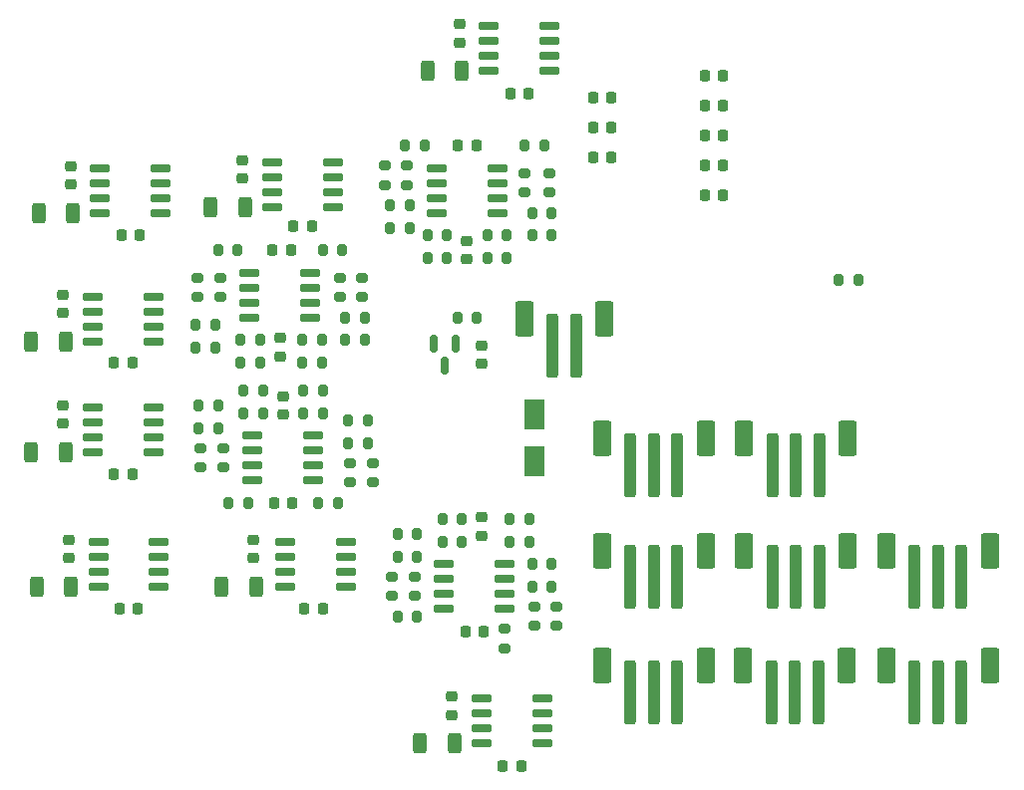
<source format=gbr>
%TF.GenerationSoftware,KiCad,Pcbnew,(6.0.9)*%
%TF.CreationDate,2022-12-08T20:01:15+01:00*%
%TF.ProjectId,floor-heating-controller-s2,666c6f6f-722d-4686-9561-74696e672d63,1*%
%TF.SameCoordinates,Original*%
%TF.FileFunction,Paste,Top*%
%TF.FilePolarity,Positive*%
%FSLAX46Y46*%
G04 Gerber Fmt 4.6, Leading zero omitted, Abs format (unit mm)*
G04 Created by KiCad (PCBNEW (6.0.9)) date 2022-12-08 20:01:15*
%MOMM*%
%LPD*%
G01*
G04 APERTURE LIST*
G04 Aperture macros list*
%AMRoundRect*
0 Rectangle with rounded corners*
0 $1 Rounding radius*
0 $2 $3 $4 $5 $6 $7 $8 $9 X,Y pos of 4 corners*
0 Add a 4 corners polygon primitive as box body*
4,1,4,$2,$3,$4,$5,$6,$7,$8,$9,$2,$3,0*
0 Add four circle primitives for the rounded corners*
1,1,$1+$1,$2,$3*
1,1,$1+$1,$4,$5*
1,1,$1+$1,$6,$7*
1,1,$1+$1,$8,$9*
0 Add four rect primitives between the rounded corners*
20,1,$1+$1,$2,$3,$4,$5,0*
20,1,$1+$1,$4,$5,$6,$7,0*
20,1,$1+$1,$6,$7,$8,$9,0*
20,1,$1+$1,$8,$9,$2,$3,0*%
G04 Aperture macros list end*
%ADD10RoundRect,0.250000X-0.250000X-2.500000X0.250000X-2.500000X0.250000X2.500000X-0.250000X2.500000X0*%
%ADD11RoundRect,0.250000X-0.550000X-1.250000X0.550000X-1.250000X0.550000X1.250000X-0.550000X1.250000X0*%
%ADD12RoundRect,0.200000X0.200000X0.275000X-0.200000X0.275000X-0.200000X-0.275000X0.200000X-0.275000X0*%
%ADD13RoundRect,0.200000X-0.275000X0.200000X-0.275000X-0.200000X0.275000X-0.200000X0.275000X0.200000X0*%
%ADD14RoundRect,0.200000X-0.200000X-0.275000X0.200000X-0.275000X0.200000X0.275000X-0.200000X0.275000X0*%
%ADD15RoundRect,0.225000X0.225000X0.250000X-0.225000X0.250000X-0.225000X-0.250000X0.225000X-0.250000X0*%
%ADD16RoundRect,0.225000X-0.250000X0.225000X-0.250000X-0.225000X0.250000X-0.225000X0.250000X0.225000X0*%
%ADD17RoundRect,0.150000X-0.725000X-0.150000X0.725000X-0.150000X0.725000X0.150000X-0.725000X0.150000X0*%
%ADD18RoundRect,0.200000X0.275000X-0.200000X0.275000X0.200000X-0.275000X0.200000X-0.275000X-0.200000X0*%
%ADD19RoundRect,0.225000X-0.225000X-0.250000X0.225000X-0.250000X0.225000X0.250000X-0.225000X0.250000X0*%
%ADD20RoundRect,0.250000X0.312500X0.625000X-0.312500X0.625000X-0.312500X-0.625000X0.312500X-0.625000X0*%
%ADD21RoundRect,0.225000X0.250000X-0.225000X0.250000X0.225000X-0.250000X0.225000X-0.250000X-0.225000X0*%
%ADD22RoundRect,0.150000X-0.150000X0.587500X-0.150000X-0.587500X0.150000X-0.587500X0.150000X0.587500X0*%
%ADD23RoundRect,0.150000X0.725000X0.150000X-0.725000X0.150000X-0.725000X-0.150000X0.725000X-0.150000X0*%
%ADD24R,1.800000X2.500000*%
G04 APERTURE END LIST*
D10*
%TO.C,J2*%
X113570000Y-130040000D03*
X115570000Y-130040000D03*
X117570000Y-130040000D03*
D11*
X119970000Y-127790000D03*
X111170000Y-127790000D03*
%TD*%
D12*
%TO.C,R51*%
X94805000Y-107950000D03*
X93155000Y-107950000D03*
%TD*%
D13*
%TO.C,R64*%
X104570000Y-105220000D03*
X104570000Y-106870000D03*
%TD*%
D14*
%TO.C,R27*%
X80709000Y-123698000D03*
X82359000Y-123698000D03*
%TD*%
D15*
%TO.C,C18*%
X84735000Y-111760000D03*
X83185000Y-111760000D03*
%TD*%
D16*
%TO.C,C5*%
X98425000Y-149720000D03*
X98425000Y-151270000D03*
%TD*%
D12*
%TO.C,R25*%
X87439000Y-123698000D03*
X85789000Y-123698000D03*
%TD*%
D17*
%TO.C,U13*%
X83150000Y-104267000D03*
X83150000Y-105537000D03*
X83150000Y-106807000D03*
X83150000Y-108077000D03*
X88300000Y-108077000D03*
X88300000Y-106807000D03*
X88300000Y-105537000D03*
X88300000Y-104267000D03*
%TD*%
D10*
%TO.C,J9*%
X113570000Y-149344000D03*
X115570000Y-149344000D03*
X117570000Y-149344000D03*
D11*
X111170000Y-147094000D03*
X119970000Y-147094000D03*
%TD*%
D14*
%TO.C,R44*%
X85725000Y-119380000D03*
X87375000Y-119380000D03*
%TD*%
D16*
%TO.C,C7*%
X100965000Y-134480000D03*
X100965000Y-136030000D03*
%TD*%
D13*
%TO.C,R61*%
X94615000Y-104585000D03*
X94615000Y-106235000D03*
%TD*%
D18*
%TO.C,R30*%
X91694000Y-131508000D03*
X91694000Y-129858000D03*
%TD*%
D12*
%TO.C,R35*%
X78295000Y-118110000D03*
X76645000Y-118110000D03*
%TD*%
D19*
%TO.C,C25*%
X119907500Y-104555000D03*
X121457500Y-104555000D03*
%TD*%
D14*
%TO.C,R56*%
X105220000Y-110490000D03*
X106870000Y-110490000D03*
%TD*%
D19*
%TO.C,C12*%
X69710000Y-130810000D03*
X71260000Y-130810000D03*
%TD*%
D12*
%TO.C,R20*%
X78549000Y-126873000D03*
X76899000Y-126873000D03*
%TD*%
D20*
%TO.C,R22*%
X65597500Y-128905000D03*
X62672500Y-128905000D03*
%TD*%
D14*
%TO.C,R10*%
X103315000Y-136525000D03*
X104965000Y-136525000D03*
%TD*%
D19*
%TO.C,C17*%
X119907500Y-102015000D03*
X121457500Y-102015000D03*
%TD*%
%TO.C,C8*%
X119907500Y-96935000D03*
X121457500Y-96935000D03*
%TD*%
D16*
%TO.C,C29*%
X80645000Y-104127000D03*
X80645000Y-105677000D03*
%TD*%
D12*
%TO.C,R50*%
X89090000Y-111760000D03*
X87440000Y-111760000D03*
%TD*%
D20*
%TO.C,R54*%
X99252500Y-96520000D03*
X96327500Y-96520000D03*
%TD*%
%TO.C,R37*%
X65597500Y-119525000D03*
X62672500Y-119525000D03*
%TD*%
D17*
%TO.C,U9*%
X81245000Y-113665000D03*
X81245000Y-114935000D03*
X81245000Y-116205000D03*
X81245000Y-117475000D03*
X86395000Y-117475000D03*
X86395000Y-116205000D03*
X86395000Y-114935000D03*
X86395000Y-113665000D03*
%TD*%
D13*
%TO.C,R46*%
X78740000Y-114110000D03*
X78740000Y-115760000D03*
%TD*%
D21*
%TO.C,C23*%
X83820000Y-120790000D03*
X83820000Y-119240000D03*
%TD*%
D20*
%TO.C,R38*%
X66232500Y-108585000D03*
X63307500Y-108585000D03*
%TD*%
D14*
%TO.C,R18*%
X93790000Y-142875000D03*
X95440000Y-142875000D03*
%TD*%
%TO.C,R7*%
X105220000Y-138430000D03*
X106870000Y-138430000D03*
%TD*%
D18*
%TO.C,R17*%
X102870000Y-145605000D03*
X102870000Y-143955000D03*
%TD*%
D17*
%TO.C,U7*%
X68380000Y-136525000D03*
X68380000Y-137795000D03*
X68380000Y-139065000D03*
X68380000Y-140335000D03*
X73530000Y-140335000D03*
X73530000Y-139065000D03*
X73530000Y-137795000D03*
X73530000Y-136525000D03*
%TD*%
D19*
%TO.C,C33*%
X119907500Y-107095000D03*
X121457500Y-107095000D03*
%TD*%
D14*
%TO.C,R36*%
X89345000Y-117475000D03*
X90995000Y-117475000D03*
%TD*%
D13*
%TO.C,R62*%
X92710000Y-104585000D03*
X92710000Y-106235000D03*
%TD*%
D18*
%TO.C,R15*%
X93345000Y-141160000D03*
X93345000Y-139510000D03*
%TD*%
D19*
%TO.C,C20*%
X70345000Y-110490000D03*
X71895000Y-110490000D03*
%TD*%
D20*
%TO.C,R53*%
X80837500Y-108077000D03*
X77912500Y-108077000D03*
%TD*%
D19*
%TO.C,C27*%
X84950000Y-109728000D03*
X86500000Y-109728000D03*
%TD*%
D18*
%TO.C,R13*%
X107315000Y-143700000D03*
X107315000Y-142050000D03*
%TD*%
D10*
%TO.C,J3*%
X125635000Y-130040000D03*
X127635000Y-130040000D03*
X129635000Y-130040000D03*
D11*
X123235000Y-127790000D03*
X132035000Y-127790000D03*
%TD*%
D12*
%TO.C,R24*%
X78549000Y-124968000D03*
X76899000Y-124968000D03*
%TD*%
D18*
%TO.C,R32*%
X77089000Y-130238000D03*
X77089000Y-128588000D03*
%TD*%
D12*
%TO.C,R8*%
X95440000Y-135890000D03*
X93790000Y-135890000D03*
%TD*%
D18*
%TO.C,R29*%
X89789000Y-131508000D03*
X89789000Y-129858000D03*
%TD*%
D12*
%TO.C,R9*%
X104965000Y-134620000D03*
X103315000Y-134620000D03*
%TD*%
D18*
%TO.C,R14*%
X105410000Y-143700000D03*
X105410000Y-142050000D03*
%TD*%
D14*
%TO.C,R34*%
X79439000Y-133223000D03*
X81089000Y-133223000D03*
%TD*%
%TO.C,R26*%
X85789000Y-125603000D03*
X87439000Y-125603000D03*
%TD*%
%TO.C,R41*%
X80455000Y-121285000D03*
X82105000Y-121285000D03*
%TD*%
D12*
%TO.C,R58*%
X97980000Y-110490000D03*
X96330000Y-110490000D03*
%TD*%
%TO.C,R43*%
X87375000Y-121285000D03*
X85725000Y-121285000D03*
%TD*%
D15*
%TO.C,C16*%
X111932500Y-98840000D03*
X110382500Y-98840000D03*
%TD*%
D14*
%TO.C,R65*%
X94425000Y-102870000D03*
X96075000Y-102870000D03*
%TD*%
D19*
%TO.C,C10*%
X83299000Y-133223000D03*
X84849000Y-133223000D03*
%TD*%
D20*
%TO.C,R21*%
X66067500Y-140335000D03*
X63142500Y-140335000D03*
%TD*%
D16*
%TO.C,C6*%
X81585000Y-136385000D03*
X81585000Y-137935000D03*
%TD*%
D12*
%TO.C,R59*%
X103060000Y-112395000D03*
X101410000Y-112395000D03*
%TD*%
D16*
%TO.C,C30*%
X99060000Y-92570000D03*
X99060000Y-94120000D03*
%TD*%
%TO.C,C13*%
X65875000Y-136385000D03*
X65875000Y-137935000D03*
%TD*%
D12*
%TO.C,R28*%
X82359000Y-125603000D03*
X80709000Y-125603000D03*
%TD*%
D18*
%TO.C,R16*%
X95250000Y-141160000D03*
X95250000Y-139510000D03*
%TD*%
D10*
%TO.C,J5*%
X113570000Y-139565000D03*
X115570000Y-139565000D03*
X117570000Y-139565000D03*
D11*
X119970000Y-137315000D03*
X111170000Y-137315000D03*
%TD*%
D12*
%TO.C,R33*%
X88709000Y-133223000D03*
X87059000Y-133223000D03*
%TD*%
%TO.C,R4*%
X95440000Y-137795000D03*
X93790000Y-137795000D03*
%TD*%
%TO.C,R12*%
X99250000Y-136525000D03*
X97600000Y-136525000D03*
%TD*%
%TO.C,R66*%
X106235000Y-102870000D03*
X104585000Y-102870000D03*
%TD*%
%TO.C,R39*%
X78295000Y-120015000D03*
X76645000Y-120015000D03*
%TD*%
D15*
%TO.C,C24*%
X111932500Y-101380000D03*
X110382500Y-101380000D03*
%TD*%
D19*
%TO.C,C3*%
X102730000Y-155575000D03*
X104280000Y-155575000D03*
%TD*%
%TO.C,C19*%
X69710000Y-121285000D03*
X71260000Y-121285000D03*
%TD*%
D16*
%TO.C,C14*%
X65405000Y-124955000D03*
X65405000Y-126505000D03*
%TD*%
D13*
%TO.C,R63*%
X106680000Y-105220000D03*
X106680000Y-106870000D03*
%TD*%
D15*
%TO.C,C26*%
X100470000Y-102870000D03*
X98920000Y-102870000D03*
%TD*%
D10*
%TO.C,J1*%
X106950000Y-119880000D03*
X108950000Y-119880000D03*
D11*
X104550000Y-117630000D03*
X111350000Y-117630000D03*
%TD*%
D17*
%TO.C,U5*%
X84230000Y-136525000D03*
X84230000Y-137795000D03*
X84230000Y-139065000D03*
X84230000Y-140335000D03*
X89380000Y-140335000D03*
X89380000Y-139065000D03*
X89380000Y-137795000D03*
X89380000Y-136525000D03*
%TD*%
D15*
%TO.C,C32*%
X111932500Y-103920000D03*
X110382500Y-103920000D03*
%TD*%
D14*
%TO.C,R57*%
X96330000Y-112395000D03*
X97980000Y-112395000D03*
%TD*%
D10*
%TO.C,J6*%
X125635000Y-139565000D03*
X127635000Y-139565000D03*
X129635000Y-139565000D03*
D11*
X123235000Y-137315000D03*
X132035000Y-137315000D03*
%TD*%
D14*
%TO.C,R1*%
X131255000Y-114300000D03*
X132905000Y-114300000D03*
%TD*%
D16*
%TO.C,C22*%
X66040000Y-104635000D03*
X66040000Y-106185000D03*
%TD*%
D17*
%TO.C,U8*%
X67910000Y-125095000D03*
X67910000Y-126365000D03*
X67910000Y-127635000D03*
X67910000Y-128905000D03*
X73060000Y-128905000D03*
X73060000Y-127635000D03*
X73060000Y-126365000D03*
X73060000Y-125095000D03*
%TD*%
D13*
%TO.C,R47*%
X88900000Y-114110000D03*
X88900000Y-115760000D03*
%TD*%
D21*
%TO.C,C31*%
X99695000Y-112535000D03*
X99695000Y-110985000D03*
%TD*%
D19*
%TO.C,C2*%
X99555000Y-144145000D03*
X101105000Y-144145000D03*
%TD*%
D20*
%TO.C,R5*%
X98617500Y-153670000D03*
X95692500Y-153670000D03*
%TD*%
D14*
%TO.C,R40*%
X89345000Y-119380000D03*
X90995000Y-119380000D03*
%TD*%
%TO.C,R23*%
X89599000Y-126238000D03*
X91249000Y-126238000D03*
%TD*%
D19*
%TO.C,C28*%
X103365000Y-98425000D03*
X104915000Y-98425000D03*
%TD*%
%TO.C,C4*%
X85890000Y-142240000D03*
X87440000Y-142240000D03*
%TD*%
D10*
%TO.C,J4*%
X137700000Y-139565000D03*
X139700000Y-139565000D03*
X141700000Y-139565000D03*
D11*
X144100000Y-137315000D03*
X135300000Y-137315000D03*
%TD*%
D14*
%TO.C,R19*%
X89599000Y-128143000D03*
X91249000Y-128143000D03*
%TD*%
D12*
%TO.C,R42*%
X82105000Y-119380000D03*
X80455000Y-119380000D03*
%TD*%
D10*
%TO.C,J8*%
X125540000Y-149352000D03*
X127540000Y-149352000D03*
X129540000Y-149352000D03*
D11*
X123140000Y-147102000D03*
X131940000Y-147102000D03*
%TD*%
D22*
%TO.C,U1*%
X98740000Y-119712500D03*
X96840000Y-119712500D03*
X97790000Y-121587500D03*
%TD*%
D17*
%TO.C,U12*%
X97120000Y-104775000D03*
X97120000Y-106045000D03*
X97120000Y-107315000D03*
X97120000Y-108585000D03*
X102270000Y-108585000D03*
X102270000Y-107315000D03*
X102270000Y-106045000D03*
X102270000Y-104775000D03*
%TD*%
D16*
%TO.C,C15*%
X84074000Y-124193000D03*
X84074000Y-125743000D03*
%TD*%
D10*
%TO.C,J7*%
X137700000Y-149344000D03*
X139700000Y-149344000D03*
X141700000Y-149344000D03*
D11*
X144100000Y-147094000D03*
X135300000Y-147094000D03*
%TD*%
D17*
%TO.C,U10*%
X67910000Y-115715000D03*
X67910000Y-116985000D03*
X67910000Y-118255000D03*
X67910000Y-119525000D03*
X73060000Y-119525000D03*
X73060000Y-118255000D03*
X73060000Y-116985000D03*
X73060000Y-115715000D03*
%TD*%
D14*
%TO.C,R3*%
X105220000Y-140335000D03*
X106870000Y-140335000D03*
%TD*%
D16*
%TO.C,C1*%
X100965000Y-119875000D03*
X100965000Y-121425000D03*
%TD*%
D14*
%TO.C,R11*%
X97600000Y-134620000D03*
X99250000Y-134620000D03*
%TD*%
D23*
%TO.C,U6*%
X86649000Y-131318000D03*
X86649000Y-130048000D03*
X86649000Y-128778000D03*
X86649000Y-127508000D03*
X81499000Y-127508000D03*
X81499000Y-128778000D03*
X81499000Y-130048000D03*
X81499000Y-131318000D03*
%TD*%
D12*
%TO.C,R55*%
X94805000Y-109855000D03*
X93155000Y-109855000D03*
%TD*%
D16*
%TO.C,C21*%
X65405000Y-115575000D03*
X65405000Y-117125000D03*
%TD*%
D12*
%TO.C,R2*%
X100520000Y-117475000D03*
X98870000Y-117475000D03*
%TD*%
D14*
%TO.C,R52*%
X105220000Y-108585000D03*
X106870000Y-108585000D03*
%TD*%
D13*
%TO.C,R45*%
X76835000Y-114110000D03*
X76835000Y-115760000D03*
%TD*%
D23*
%TO.C,U3*%
X102905000Y-142240000D03*
X102905000Y-140970000D03*
X102905000Y-139700000D03*
X102905000Y-138430000D03*
X97755000Y-138430000D03*
X97755000Y-139700000D03*
X97755000Y-140970000D03*
X97755000Y-142240000D03*
%TD*%
D14*
%TO.C,R60*%
X101410000Y-110490000D03*
X103060000Y-110490000D03*
%TD*%
D17*
%TO.C,U11*%
X68545000Y-104775000D03*
X68545000Y-106045000D03*
X68545000Y-107315000D03*
X68545000Y-108585000D03*
X73695000Y-108585000D03*
X73695000Y-107315000D03*
X73695000Y-106045000D03*
X73695000Y-104775000D03*
%TD*%
D20*
%TO.C,R6*%
X81777500Y-140335000D03*
X78852500Y-140335000D03*
%TD*%
D24*
%TO.C,D1*%
X105410000Y-129730000D03*
X105410000Y-125730000D03*
%TD*%
D19*
%TO.C,C9*%
X119907500Y-99475000D03*
X121457500Y-99475000D03*
%TD*%
D17*
%TO.C,U4*%
X100930000Y-149860000D03*
X100930000Y-151130000D03*
X100930000Y-152400000D03*
X100930000Y-153670000D03*
X106080000Y-153670000D03*
X106080000Y-152400000D03*
X106080000Y-151130000D03*
X106080000Y-149860000D03*
%TD*%
D13*
%TO.C,R48*%
X90805000Y-114110000D03*
X90805000Y-115760000D03*
%TD*%
D19*
%TO.C,C11*%
X70180000Y-142240000D03*
X71730000Y-142240000D03*
%TD*%
D18*
%TO.C,R31*%
X78994000Y-130238000D03*
X78994000Y-128588000D03*
%TD*%
D17*
%TO.C,U14*%
X101565000Y-92710000D03*
X101565000Y-93980000D03*
X101565000Y-95250000D03*
X101565000Y-96520000D03*
X106715000Y-96520000D03*
X106715000Y-95250000D03*
X106715000Y-93980000D03*
X106715000Y-92710000D03*
%TD*%
D14*
%TO.C,R49*%
X78550000Y-111760000D03*
X80200000Y-111760000D03*
%TD*%
M02*

</source>
